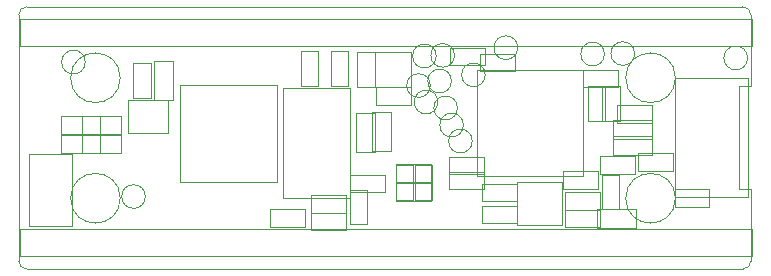
<source format=gbr>
%TF.GenerationSoftware,KiCad,Pcbnew,(5.1.5)-3*%
%TF.CreationDate,2020-07-06T18:35:22-07:00*%
%TF.ProjectId,UPduino_v3.0,55506475-696e-46f5-9f76-332e302e6b69,3.0*%
%TF.SameCoordinates,Original*%
%TF.FileFunction,Other,User*%
%FSLAX46Y46*%
G04 Gerber Fmt 4.6, Leading zero omitted, Abs format (unit mm)*
G04 Created by KiCad (PCBNEW (5.1.5)-3) date 2020-07-06 18:35:22*
%MOMM*%
%LPD*%
G04 APERTURE LIST*
%ADD10C,0.050000*%
G04 APERTURE END LIST*
D10*
X100000000Y-78480000D02*
G75*
G02X100700000Y-77780000I700000J0D01*
G01*
X161300000Y-77780000D02*
G75*
G02X162000000Y-78480000I0J-700000D01*
G01*
X162000000Y-99300000D02*
G75*
G02X161300000Y-100000000I-700000J0D01*
G01*
X100700000Y-100000000D02*
G75*
G02X100000000Y-99300000I0J700000D01*
G01*
X162000000Y-93200000D02*
X161000000Y-93200000D01*
X162000000Y-84500000D02*
X161000000Y-84500000D01*
X161000000Y-93200000D02*
X161000000Y-84500000D01*
X162000000Y-99300000D02*
X162000000Y-93200000D01*
X100000000Y-78480000D02*
X100000000Y-99300000D01*
X161300000Y-77780000D02*
X100700000Y-77780000D01*
X162000000Y-84500000D02*
X162000000Y-78480000D01*
X100700000Y-100000000D02*
X161300000Y-100000000D01*
X112622000Y-85646000D02*
X109222000Y-85646000D01*
X112622000Y-88446000D02*
X112622000Y-85646000D01*
X109222000Y-88446000D02*
X112622000Y-88446000D01*
X109222000Y-85646000D02*
X109222000Y-88446000D01*
X128067800Y-93947200D02*
X128067800Y-84647200D01*
X122347800Y-93947200D02*
X128067800Y-93947200D01*
X122347800Y-84647200D02*
X122347800Y-93947200D01*
X128067800Y-84647200D02*
X122347800Y-84647200D01*
X135000000Y-91180000D02*
X135000000Y-94140000D01*
X133540000Y-91180000D02*
X135000000Y-91180000D01*
X133540000Y-94140000D02*
X133540000Y-91180000D01*
X135000000Y-94140000D02*
X133540000Y-94140000D01*
X134930000Y-92590000D02*
X131970000Y-92590000D01*
X134930000Y-91130000D02*
X134930000Y-92590000D01*
X131970000Y-91130000D02*
X134930000Y-91130000D01*
X131970000Y-92590000D02*
X131970000Y-91130000D01*
X134940000Y-94200000D02*
X131980000Y-94200000D01*
X134940000Y-92740000D02*
X134940000Y-94200000D01*
X131980000Y-92740000D02*
X134940000Y-92740000D01*
X131980000Y-94200000D02*
X131980000Y-92740000D01*
X133400000Y-91170000D02*
X133400000Y-94130000D01*
X131940000Y-91170000D02*
X133400000Y-91170000D01*
X131940000Y-94130000D02*
X131940000Y-91170000D01*
X133400000Y-94130000D02*
X131940000Y-94130000D01*
X133200000Y-81650000D02*
X130200000Y-81650000D01*
X133200000Y-84550000D02*
X133200000Y-81650000D01*
X130200000Y-84550000D02*
X133200000Y-84550000D01*
X130200000Y-81650000D02*
X130200000Y-84550000D01*
X138798400Y-92101200D02*
X147798400Y-92101200D01*
X138798400Y-83101200D02*
X138798400Y-92101200D01*
X147798400Y-83101200D02*
X138798400Y-83101200D01*
X147798400Y-92101200D02*
X147798400Y-83101200D01*
X142200000Y-92628000D02*
X142200000Y-96228000D01*
X142200000Y-96228000D02*
X146000000Y-96228000D01*
X146000000Y-96228000D02*
X146000000Y-92628000D01*
X146000000Y-92628000D02*
X142200000Y-92628000D01*
X113659800Y-84383400D02*
X113659800Y-92623400D01*
X121899800Y-84383400D02*
X113659800Y-84383400D01*
X121899800Y-92623400D02*
X121899800Y-84383400D01*
X113659800Y-92623400D02*
X121899800Y-92623400D01*
X142030000Y-83230000D02*
X139070000Y-83230000D01*
X142030000Y-81770000D02*
X142030000Y-83230000D01*
X139070000Y-81770000D02*
X142030000Y-81770000D01*
X139070000Y-83230000D02*
X139070000Y-81770000D01*
X139500000Y-83550000D02*
G75*
G03X139500000Y-83550000I-1000000J0D01*
G01*
X152272000Y-96500000D02*
X148972000Y-96500000D01*
X152272000Y-96500000D02*
X152272000Y-94900000D01*
X148972000Y-94900000D02*
X148972000Y-96500000D01*
X148972000Y-94900000D02*
X152272000Y-94900000D01*
X104500000Y-90240000D02*
X100900000Y-90240000D01*
X104500000Y-96390000D02*
X104500000Y-90240000D01*
X100900000Y-96390000D02*
X104500000Y-96390000D01*
X100900000Y-90240000D02*
X100900000Y-96390000D01*
X152150000Y-81750000D02*
G75*
G03X152150000Y-81750000I-1000000J0D01*
G01*
X149244500Y-96430000D02*
X146284500Y-96430000D01*
X149244500Y-94970000D02*
X149244500Y-96430000D01*
X146284500Y-94970000D02*
X149244500Y-94970000D01*
X146284500Y-96430000D02*
X146284500Y-94970000D01*
X146221000Y-93504000D02*
X149181000Y-93504000D01*
X146221000Y-94964000D02*
X146221000Y-93504000D01*
X149181000Y-94964000D02*
X146221000Y-94964000D01*
X149181000Y-93504000D02*
X149181000Y-94964000D01*
X127718000Y-95218000D02*
X124758000Y-95218000D01*
X127718000Y-93758000D02*
X127718000Y-95218000D01*
X124758000Y-93758000D02*
X127718000Y-93758000D01*
X124758000Y-95218000D02*
X124758000Y-93758000D01*
X125328200Y-81568800D02*
X125328200Y-84528800D01*
X123868200Y-81568800D02*
X125328200Y-81568800D01*
X123868200Y-84528800D02*
X123868200Y-81568800D01*
X125328200Y-84528800D02*
X123868200Y-84528800D01*
X130220000Y-84614000D02*
X133180000Y-84614000D01*
X130220000Y-86074000D02*
X130220000Y-84614000D01*
X133180000Y-86074000D02*
X130220000Y-86074000D01*
X133180000Y-84614000D02*
X133180000Y-86074000D01*
X128080000Y-92000000D02*
X131040000Y-92000000D01*
X128080000Y-93460000D02*
X128080000Y-92000000D01*
X131040000Y-93460000D02*
X128080000Y-93460000D01*
X131040000Y-92000000D02*
X131040000Y-93460000D01*
X127868200Y-81568800D02*
X127868200Y-84528800D01*
X126408200Y-81568800D02*
X127868200Y-81568800D01*
X126408200Y-84528800D02*
X126408200Y-81568800D01*
X127868200Y-84528800D02*
X126408200Y-84528800D01*
X127705300Y-96691200D02*
X124745300Y-96691200D01*
X127705300Y-95231200D02*
X127705300Y-96691200D01*
X124745300Y-95231200D02*
X127705300Y-95231200D01*
X124745300Y-96691200D02*
X124745300Y-95231200D01*
X139236000Y-92770000D02*
X142196000Y-92770000D01*
X139236000Y-94230000D02*
X139236000Y-92770000D01*
X142196000Y-94230000D02*
X139236000Y-94230000D01*
X142196000Y-92770000D02*
X142196000Y-94230000D01*
X139236000Y-94620000D02*
X142196000Y-94620000D01*
X139236000Y-96080000D02*
X139236000Y-94620000D01*
X142196000Y-96080000D02*
X139236000Y-96080000D01*
X142196000Y-94620000D02*
X142196000Y-96080000D01*
X155404000Y-91662000D02*
X152444000Y-91662000D01*
X155404000Y-90202000D02*
X155404000Y-91662000D01*
X152444000Y-90202000D02*
X155404000Y-90202000D01*
X152444000Y-91662000D02*
X152444000Y-90202000D01*
X153626000Y-87598000D02*
X150666000Y-87598000D01*
X153626000Y-86138000D02*
X153626000Y-87598000D01*
X150666000Y-86138000D02*
X153626000Y-86138000D01*
X150666000Y-87598000D02*
X150666000Y-86138000D01*
X124280000Y-96410000D02*
X121320000Y-96410000D01*
X124280000Y-94950000D02*
X124280000Y-96410000D01*
X121320000Y-94950000D02*
X124280000Y-94950000D01*
X121320000Y-96410000D02*
X121320000Y-94950000D01*
X136520000Y-81270000D02*
X139480000Y-81270000D01*
X136520000Y-82730000D02*
X136520000Y-81270000D01*
X139480000Y-82730000D02*
X136520000Y-82730000D01*
X139480000Y-81270000D02*
X139480000Y-82730000D01*
X150880000Y-84507500D02*
X150880000Y-87467500D01*
X149420000Y-84507500D02*
X150880000Y-84507500D01*
X149420000Y-87467500D02*
X149420000Y-84507500D01*
X150880000Y-87467500D02*
X149420000Y-87467500D01*
X155530000Y-93240000D02*
X158490000Y-93240000D01*
X155530000Y-94700000D02*
X155530000Y-93240000D01*
X158490000Y-94700000D02*
X155530000Y-94700000D01*
X158490000Y-93240000D02*
X158490000Y-94700000D01*
X111170000Y-82590000D02*
X111170000Y-85550000D01*
X109710000Y-82590000D02*
X111170000Y-82590000D01*
X109710000Y-85550000D02*
X109710000Y-82590000D01*
X111170000Y-85550000D02*
X109710000Y-85550000D01*
X128670000Y-84580000D02*
X128670000Y-81620000D01*
X130130000Y-84580000D02*
X128670000Y-84580000D01*
X130130000Y-81620000D02*
X130130000Y-84580000D01*
X128670000Y-81620000D02*
X130130000Y-81620000D01*
X128048000Y-96222000D02*
X128048000Y-93262000D01*
X129508000Y-96222000D02*
X128048000Y-96222000D01*
X129508000Y-93262000D02*
X129508000Y-96222000D01*
X128048000Y-93262000D02*
X129508000Y-93262000D01*
X149630000Y-84520000D02*
X149630000Y-87480000D01*
X148170000Y-84520000D02*
X149630000Y-84520000D01*
X148170000Y-87480000D02*
X148170000Y-84520000D01*
X149630000Y-87480000D02*
X148170000Y-87480000D01*
X150780000Y-84580000D02*
X147820000Y-84580000D01*
X150780000Y-83120000D02*
X150780000Y-84580000D01*
X147820000Y-83120000D02*
X150780000Y-83120000D01*
X147820000Y-84580000D02*
X147820000Y-83120000D01*
X149054000Y-93186000D02*
X146094000Y-93186000D01*
X149054000Y-91726000D02*
X149054000Y-93186000D01*
X146094000Y-91726000D02*
X149054000Y-91726000D01*
X146094000Y-93186000D02*
X146094000Y-91726000D01*
X136420000Y-90470000D02*
X139380000Y-90470000D01*
X136420000Y-91930000D02*
X136420000Y-90470000D01*
X139380000Y-91930000D02*
X136420000Y-91930000D01*
X139380000Y-90470000D02*
X139380000Y-91930000D01*
X150844000Y-94952000D02*
X149384000Y-94952000D01*
X149384000Y-94952000D02*
X149384000Y-91992000D01*
X149384000Y-91992000D02*
X150844000Y-91992000D01*
X150844000Y-91992000D02*
X150844000Y-94952000D01*
X136420000Y-91770000D02*
X139380000Y-91770000D01*
X136420000Y-93230000D02*
X136420000Y-91770000D01*
X139380000Y-93230000D02*
X136420000Y-93230000D01*
X139380000Y-91770000D02*
X139380000Y-93230000D01*
X149205500Y-90456000D02*
X152165500Y-90456000D01*
X149205500Y-91916000D02*
X149205500Y-90456000D01*
X152165500Y-91916000D02*
X149205500Y-91916000D01*
X152165500Y-90456000D02*
X152165500Y-91916000D01*
X161730000Y-93920000D02*
X161730000Y-83860000D01*
X155600000Y-83860000D02*
X161730000Y-83860000D01*
X155600000Y-93920000D02*
X161730000Y-93920000D01*
X155600000Y-93920000D02*
X155600000Y-83860000D01*
X162120000Y-78800000D02*
X100120000Y-78800000D01*
X100120000Y-78800000D02*
X100120000Y-81150000D01*
X100120000Y-81150000D02*
X162120000Y-81150000D01*
X162120000Y-81150000D02*
X162120000Y-78800000D01*
X162120000Y-98930000D02*
X162120000Y-96580000D01*
X100120000Y-98930000D02*
X162120000Y-98930000D01*
X100120000Y-96580000D02*
X100120000Y-98930000D01*
X162120000Y-96580000D02*
X100120000Y-96580000D01*
X103567500Y-87046000D02*
X106867500Y-87046000D01*
X103567500Y-87046000D02*
X103567500Y-88646000D01*
X106867500Y-88646000D02*
X106867500Y-87046000D01*
X106867500Y-88646000D02*
X103567500Y-88646000D01*
X131546500Y-86716500D02*
X131546500Y-90016500D01*
X131546500Y-86716500D02*
X129946500Y-86716500D01*
X129946500Y-90016500D02*
X131546500Y-90016500D01*
X129946500Y-90016500D02*
X129946500Y-86716500D01*
X130200000Y-86742000D02*
X130200000Y-90042000D01*
X130200000Y-86742000D02*
X128600000Y-86742000D01*
X128600000Y-90042000D02*
X130200000Y-90042000D01*
X128600000Y-90042000D02*
X128600000Y-86742000D01*
X106880000Y-90146000D02*
X103580000Y-90146000D01*
X106880000Y-90146000D02*
X106880000Y-88546000D01*
X103580000Y-88546000D02*
X103580000Y-90146000D01*
X103580000Y-88546000D02*
X106880000Y-88546000D01*
X142250000Y-81250000D02*
G75*
G03X142250000Y-81250000I-1000000J0D01*
G01*
X136900000Y-81900000D02*
G75*
G03X136900000Y-81900000I-1000000J0D01*
G01*
X135350000Y-81950000D02*
G75*
G03X135350000Y-81950000I-1000000J0D01*
G01*
X136636000Y-84074000D02*
G75*
G03X136636000Y-84074000I-1000000J0D01*
G01*
X134858000Y-84455000D02*
G75*
G03X134858000Y-84455000I-1000000J0D01*
G01*
X135493000Y-85852000D02*
G75*
G03X135493000Y-85852000I-1000000J0D01*
G01*
X137150000Y-86350000D02*
G75*
G03X137150000Y-86350000I-1000000J0D01*
G01*
X137650000Y-87800000D02*
G75*
G03X137650000Y-87800000I-1000000J0D01*
G01*
X138400000Y-89150000D02*
G75*
G03X138400000Y-89150000I-1000000J0D01*
G01*
X149590000Y-81788000D02*
G75*
G03X149590000Y-81788000I-1000000J0D01*
G01*
X110728000Y-93853000D02*
G75*
G03X110728000Y-93853000I-1000000J0D01*
G01*
X105640000Y-82470000D02*
G75*
G03X105640000Y-82470000I-1000000J0D01*
G01*
X161710000Y-82120000D02*
G75*
G03X161710000Y-82120000I-1000000J0D01*
G01*
X108600000Y-94000000D02*
G75*
G03X108600000Y-94000000I-2100000J0D01*
G01*
X108600000Y-83800000D02*
G75*
G03X108600000Y-83800000I-2100000J0D01*
G01*
X155600000Y-94000000D02*
G75*
G03X155600000Y-94000000I-2100000J0D01*
G01*
X155600000Y-83800000D02*
G75*
G03X155600000Y-83800000I-2100000J0D01*
G01*
X108651100Y-90146000D02*
X105351100Y-90146000D01*
X108651100Y-90146000D02*
X108651100Y-88546000D01*
X105351100Y-88546000D02*
X105351100Y-90146000D01*
X105351100Y-88546000D02*
X108651100Y-88546000D01*
X113050000Y-82390000D02*
X113050000Y-85690000D01*
X113050000Y-82390000D02*
X111450000Y-82390000D01*
X111450000Y-85690000D02*
X113050000Y-85690000D01*
X111450000Y-85690000D02*
X111450000Y-82390000D01*
X108651100Y-88646000D02*
X105351100Y-88646000D01*
X108651100Y-88646000D02*
X108651100Y-87046000D01*
X105351100Y-87046000D02*
X105351100Y-88646000D01*
X105351100Y-87046000D02*
X108651100Y-87046000D01*
X153650000Y-90300000D02*
X150350000Y-90300000D01*
X153650000Y-90300000D02*
X153650000Y-88700000D01*
X150350000Y-88700000D02*
X150350000Y-90300000D01*
X150350000Y-88700000D02*
X153650000Y-88700000D01*
X150350000Y-87400000D02*
X153650000Y-87400000D01*
X150350000Y-87400000D02*
X150350000Y-89000000D01*
X153650000Y-89000000D02*
X153650000Y-87400000D01*
X153650000Y-89000000D02*
X150350000Y-89000000D01*
M02*

</source>
